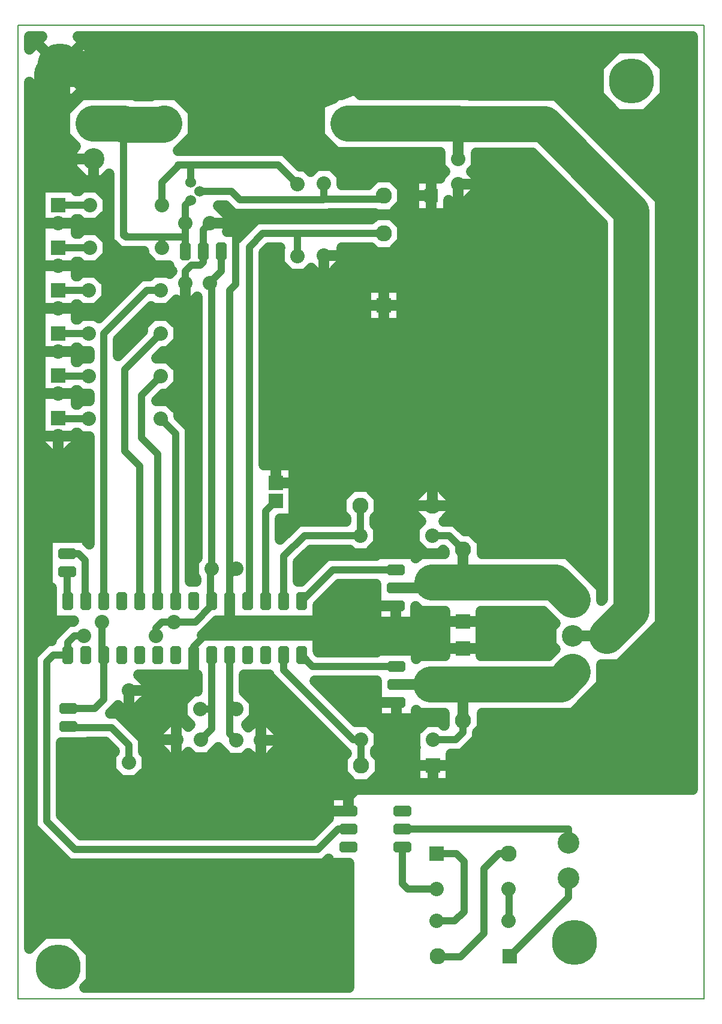
<source format=gbr>
G04 PROTEUS GERBER X2 FILE*
%TF.GenerationSoftware,Labcenter,Proteus,8.15-SP1-Build34318*%
%TF.CreationDate,2023-09-22T16:19:49+00:00*%
%TF.FileFunction,Copper,L2,Bot*%
%TF.FilePolarity,Positive*%
%TF.Part,Single*%
%TF.SameCoordinates,{735288ba-824c-4c16-a6a1-7709d7ab745a}*%
%FSLAX45Y45*%
%MOMM*%
G01*
%TA.AperFunction,Conductor*%
%ADD10C,1.016000*%
%ADD11C,1.524000*%
%ADD12C,5.080000*%
%TA.AperFunction,ComponentPad*%
%ADD13C,3.048000*%
%TA.AperFunction,OtherPad,Unknown*%
%ADD14C,6.350000*%
%TA.AperFunction,ComponentPad*%
%ADD15R,1.905000X1.905000*%
%ADD16C,2.032000*%
%ADD17R,2.032000X2.032000*%
%ADD18C,2.286000*%
%TA.AperFunction,ComponentPad*%
%ADD19C,1.524000*%
%AMDIL010*
4,1,8,
-0.762000,0.965200,-0.457200,1.270000,0.457200,1.270000,0.762000,0.965200,0.762000,-0.965200,
0.457200,-1.270000,-0.457200,-1.270000,-0.762000,-0.965200,-0.762000,0.965200,
0*%
%ADD70DIL010*%
%AMDIL011*
4,1,8,
-1.270000,0.457200,-0.965200,0.762000,0.965200,0.762000,1.270000,0.457200,1.270000,-0.457200,
0.965200,-0.762000,-0.965200,-0.762000,-1.270000,-0.457200,-1.270000,0.457200,
0*%
%TA.AperFunction,ComponentPad*%
%ADD71DIL011*%
%TA.AperFunction,Profile*%
%ADD20C,0.203200*%
%TD.AperFunction*%
%TA.AperFunction,Conductor*%
G36*
X-8051940Y+6201598D02*
X-8051940Y+6377940D01*
X-7875598Y+6377940D01*
X-8051940Y+6201598D01*
G37*
%TD.AperFunction*%
%TA.AperFunction,Conductor*%
G36*
X+1309440Y-4247600D02*
X-3451286Y-4247600D01*
X-3525087Y-4321401D01*
X-3829559Y-4321401D01*
X-3829559Y-4652193D01*
X-4064167Y-4886801D01*
X-7325833Y-4886801D01*
X-7602113Y-4610521D01*
X-7602113Y-3582599D01*
X-7220601Y-3582599D01*
X-7220601Y-3577199D01*
X-6980167Y-3577199D01*
X-6853199Y-3704167D01*
X-6853199Y-3709990D01*
X-6903999Y-3760790D01*
X-6903999Y-3971210D01*
X-6755210Y-4119999D01*
X-6544790Y-4119999D01*
X-6396001Y-3971210D01*
X-6396001Y-3760790D01*
X-6446801Y-3709990D01*
X-6446801Y-3535833D01*
X-6811833Y-3170801D01*
X-6913435Y-3170801D01*
X-6800922Y-3058288D01*
X-6755210Y-3103999D01*
X-6544790Y-3103999D01*
X-6396001Y-2955210D01*
X-6396001Y-2744790D01*
X-6510492Y-2630299D01*
X-5682299Y-2630299D01*
X-5682299Y-2858696D01*
X-5743410Y-2858696D01*
X-5892199Y-3007485D01*
X-5892199Y-3217905D01*
X-5779657Y-3330448D01*
X-5805000Y-3355791D01*
X-5874790Y-3286001D01*
X-6085210Y-3286001D01*
X-6233999Y-3434790D01*
X-6233999Y-3645210D01*
X-6085210Y-3793999D01*
X-5874790Y-3793999D01*
X-5805000Y-3724209D01*
X-5735210Y-3793999D01*
X-5524790Y-3793999D01*
X-5386105Y-3655314D01*
X-5238215Y-3803204D01*
X-5027795Y-3803204D01*
X-4958005Y-3733414D01*
X-4888215Y-3803204D01*
X-4677795Y-3803204D01*
X-4529006Y-3654415D01*
X-4529006Y-3443995D01*
X-4677795Y-3295206D01*
X-4888215Y-3295206D01*
X-4958006Y-3364997D01*
X-4990649Y-3332353D01*
X-4876201Y-3217905D01*
X-4876201Y-3007485D01*
X-5021901Y-2861785D01*
X-5021901Y-2630299D01*
X-4666299Y-2630299D01*
X-4666299Y-2641067D01*
X-3573199Y-3734167D01*
X-3573199Y-3736030D01*
X-3636699Y-3799530D01*
X-3636699Y-4020470D01*
X-3480470Y-4176699D01*
X-3259530Y-4176699D01*
X-3103301Y-4020470D01*
X-3103301Y-3799530D01*
X-3166801Y-3736030D01*
X-3166801Y-3696010D01*
X-3116001Y-3645210D01*
X-3116001Y-3434790D01*
X-3264790Y-3286001D01*
X-3446633Y-3286001D01*
X-4023435Y-2709199D01*
X-3149399Y-2709199D01*
X-3149399Y-3242599D01*
X-2590601Y-3242599D01*
X-2590601Y-3124134D01*
X-2548336Y-3166399D01*
X-2196699Y-3166399D01*
X-2196699Y-3336801D01*
X-2197990Y-3336801D01*
X-2248790Y-3286001D01*
X-2459210Y-3286001D01*
X-2607999Y-3434790D01*
X-2607999Y-3645210D01*
X-2597208Y-3656001D01*
X-2607999Y-3656001D01*
X-2607999Y-4163999D01*
X-2100001Y-4163999D01*
X-2100001Y-3743199D01*
X-1945833Y-3743199D01*
X-1726801Y-3524167D01*
X-1726801Y-3443970D01*
X-1663301Y-3380470D01*
X-1663301Y-3166399D01*
X-383665Y-3166399D01*
X+26398Y-2756336D01*
X+26398Y-2486398D01*
X+268336Y-2486398D01*
X+856399Y-1898336D01*
X+856399Y+4078336D01*
X+492367Y+4442367D01*
X-615164Y+5549899D01*
X-1831364Y+5549899D01*
X-1837864Y+5556399D01*
X-3375165Y+5556399D01*
X-3454646Y+5635880D01*
X-3646530Y+5556399D01*
X-3711836Y+5556399D01*
X-3758016Y+5510219D01*
X-3956399Y+5428046D01*
X-3956399Y+4981664D01*
X-3718336Y+4743601D01*
X-2253999Y+4743601D01*
X-2253999Y+4544790D01*
X-2184209Y+4475000D01*
X-2253999Y+4405210D01*
X-2253999Y+4381649D01*
X-2626149Y+4381649D01*
X-2626149Y+3886351D01*
X-2130851Y+3886351D01*
X-2130851Y+4071642D01*
X-2105210Y+4046001D01*
X-1894790Y+4046001D01*
X-1746001Y+4194790D01*
X-1746001Y+4405210D01*
X-1815791Y+4475000D01*
X-1746001Y+4544790D01*
X-1746001Y+4737101D01*
X-951835Y+4737101D01*
X+43601Y+3741665D01*
X+43601Y-1561665D01*
X+26398Y-1578868D01*
X+26398Y-1403664D01*
X-461665Y-915601D01*
X-1663301Y-915601D01*
X-1663301Y-749530D01*
X-1819530Y-593301D01*
X-1909333Y-593301D01*
X-2045833Y-456801D01*
X-2203632Y-456801D01*
X-2097301Y-350470D01*
X-2097301Y-129530D01*
X-2253530Y+26699D01*
X-2474470Y+26699D01*
X-2630699Y-129530D01*
X-2630699Y-350470D01*
X-2520189Y-460980D01*
X-2613999Y-554790D01*
X-2613999Y-765210D01*
X-2465210Y-913999D01*
X-2254790Y-913999D01*
X-2209079Y-868288D01*
X-2196699Y-880667D01*
X-2196699Y-915601D01*
X-2535410Y-915601D01*
X-2600601Y-980792D01*
X-2600601Y-917401D01*
X-3159399Y-917401D01*
X-3159399Y-942801D01*
X-3850367Y-942801D01*
X-4217067Y-1309501D01*
X-4259901Y-1309501D01*
X-4259901Y-1037268D01*
X-4085832Y-863199D01*
X-3532010Y-863199D01*
X-3481210Y-913999D01*
X-3270790Y-913999D01*
X-3122001Y-765210D01*
X-3122001Y-554790D01*
X-3172801Y-503990D01*
X-3172801Y-409970D01*
X-3113301Y-350470D01*
X-3113301Y-129530D01*
X-3269530Y+26699D01*
X-3490470Y+26699D01*
X-3646699Y-129530D01*
X-3646699Y-350470D01*
X-3579199Y-417970D01*
X-3579199Y-456801D01*
X-4254166Y-456801D01*
X-4513901Y-716536D01*
X-4513901Y-423999D01*
X-4316001Y-423999D01*
X-4316001Y+337999D01*
X-4744904Y+337999D01*
X-4744904Y+3328174D01*
X-4676277Y+3396801D01*
X-4512408Y+3396801D01*
X-4519999Y+3389210D01*
X-4519999Y+3178790D01*
X-4371210Y+3030001D01*
X-4160790Y+3030001D01*
X-4075200Y+3115591D01*
X-3999710Y+3040101D01*
X-3789290Y+3040101D01*
X-3640501Y+3188890D01*
X-3640501Y+3396801D01*
X-3223970Y+3396801D01*
X-3160470Y+3333301D01*
X-2939530Y+3333301D01*
X-2783301Y+3489530D01*
X-2783301Y+3710470D01*
X-2939530Y+3866699D01*
X-3160470Y+3866699D01*
X-3223970Y+3803199D01*
X-4844611Y+3803199D01*
X-5113401Y+3534409D01*
X-5113401Y+3629399D01*
X-5261392Y+3629399D01*
X-5246001Y+3644790D01*
X-5246001Y+3855210D01*
X-5387592Y+3996801D01*
X-5285083Y+3996801D01*
X-5163708Y+3875426D01*
X-3815832Y+3875426D01*
X-3809332Y+3881926D01*
X-3175095Y+3881926D01*
X-3160470Y+3867301D01*
X-2939530Y+3867301D01*
X-2783301Y+4023530D01*
X-2783301Y+4244470D01*
X-2939530Y+4400699D01*
X-3160470Y+4400699D01*
X-3272845Y+4288324D01*
X-3640501Y+4288324D01*
X-3640501Y+4415310D01*
X-3789290Y+4564099D01*
X-3999710Y+4564099D01*
X-4085300Y+4478509D01*
X-4160790Y+4553999D01*
X-4232633Y+4553999D01*
X-4451124Y+4772490D01*
X-5952776Y+4772490D01*
X-5743602Y+4981664D01*
X-5743602Y+5318336D01*
X-5981664Y+5556398D01*
X-6318336Y+5556398D01*
X-6332455Y+5542279D01*
X-6541437Y+5542279D01*
X-6555557Y+5556399D01*
X-6892229Y+5556399D01*
X-6892230Y+5556398D01*
X-7318336Y+5556399D01*
X-7556399Y+5318336D01*
X-7556399Y+4981664D01*
X-7402703Y+4827968D01*
X-7454799Y+4775872D01*
X-7454799Y+4523368D01*
X-7276252Y+4344821D01*
X-7023748Y+4344821D01*
X-6927092Y+4441477D01*
X-6927092Y+3497190D01*
X-6776702Y+3346801D01*
X-6437999Y+3346801D01*
X-6437999Y+3294790D01*
X-6289210Y+3146001D01*
X-6078790Y+3146001D01*
X-6078599Y+3146192D01*
X-6078599Y+3070601D01*
X-6038608Y+3070601D01*
X-6075000Y+3034209D01*
X-6094790Y+3053999D01*
X-6305210Y+3053999D01*
X-6356010Y+3003199D01*
X-6474167Y+3003199D01*
X-7072079Y+2405287D01*
X-7110790Y+2443999D01*
X-7321210Y+2443999D01*
X-7372011Y+2393198D01*
X-7396001Y+2393198D01*
X-7396001Y+2596801D01*
X-7372010Y+2596801D01*
X-7321210Y+2546001D01*
X-7110790Y+2546001D01*
X-6962001Y+2694790D01*
X-6962001Y+2905210D01*
X-7110790Y+3053999D01*
X-7321210Y+3053999D01*
X-7372011Y+3003198D01*
X-7396001Y+3003198D01*
X-7396001Y+3196801D01*
X-7356010Y+3196801D01*
X-7305210Y+3146001D01*
X-7094790Y+3146001D01*
X-6946001Y+3294790D01*
X-6946001Y+3505210D01*
X-7094790Y+3653999D01*
X-7305210Y+3653999D01*
X-7356010Y+3603199D01*
X-7396001Y+3603199D01*
X-7396001Y+3796801D01*
X-7356010Y+3796801D01*
X-7305210Y+3746001D01*
X-7094790Y+3746001D01*
X-6946001Y+3894790D01*
X-6946001Y+4105210D01*
X-7094790Y+4253999D01*
X-7305210Y+4253999D01*
X-7356010Y+4203199D01*
X-7396001Y+4203199D01*
X-7396001Y+4253999D01*
X-7903999Y+4253999D01*
X-7903999Y+634790D01*
X-7755210Y+486001D01*
X-7544790Y+486001D01*
X-7396001Y+634790D01*
X-7396001Y+786801D01*
X-7372010Y+786801D01*
X-7321210Y+736001D01*
X-7206299Y+736001D01*
X-7206299Y-783915D01*
X-7242401Y-747813D01*
X-7242401Y-687201D01*
X-7801199Y-687201D01*
X-7801199Y-1398399D01*
X-7737699Y-1398399D01*
X-7737699Y-1868299D01*
X-7427508Y-1868299D01*
X-7436010Y-1876801D01*
X-7504167Y-1876801D01*
X-7698867Y-2071501D01*
X-7739699Y-2071501D01*
X-7739699Y-2147701D01*
X-7795067Y-2147701D01*
X-8008511Y-2361145D01*
X-8008511Y-4778855D01*
X-7494167Y-5293199D01*
X-3895833Y-5293199D01*
X-3829559Y-5226925D01*
X-3829559Y-5286599D01*
X-3540560Y-5286599D01*
X-3540560Y-7038940D01*
X-7274402Y-7038940D01*
X-7180101Y-6944639D01*
X-7180101Y-6555361D01*
X-7455361Y-6280101D01*
X-7844639Y-6280101D01*
X-8051940Y-6487402D01*
X-8051940Y+5736402D01*
X-7814639Y+5499101D01*
X-7425361Y+5499101D01*
X-7150101Y+5774361D01*
X-7150101Y+6163639D01*
X-7364402Y+6377940D01*
X+1309440Y+6377940D01*
X+1309440Y-4247600D01*
G37*
%TD.AperFunction*%
%LPC*%
G36*
X-19899Y+5555361D02*
X-19899Y+5944639D01*
X+255361Y+6219899D01*
X+644639Y+6219899D01*
X+919899Y+5944639D01*
X+919899Y+5555361D01*
X+644639Y+5280101D01*
X+255361Y+5280101D01*
X-19899Y+5555361D01*
G37*
G36*
X-3303999Y+2837999D02*
X-2796001Y+2837999D01*
X-2796001Y+2330001D01*
X-3303999Y+2330001D01*
X-3303999Y+2837999D01*
G37*
%LPD*%
%TA.AperFunction,Conductor*%
G36*
X-5683199Y-973990D02*
X-5733999Y-1024790D01*
X-5733999Y-1235210D01*
X-5695899Y-1273310D01*
X-5695899Y-1309501D01*
X-5783901Y-1309501D01*
X-5783901Y+861267D01*
X-5946001Y+1023367D01*
X-5946001Y+1095210D01*
X-6094790Y+1243999D01*
X-6258635Y+1243999D01*
X-6166633Y+1336001D01*
X-6094790Y+1336001D01*
X-5946001Y+1484790D01*
X-5946001Y+1695210D01*
X-6094790Y+1843999D01*
X-6258635Y+1843999D01*
X-6166633Y+1936001D01*
X-6094790Y+1936001D01*
X-5946001Y+2084790D01*
X-5946001Y+2295210D01*
X-6094790Y+2443999D01*
X-6305210Y+2443999D01*
X-6453999Y+2295210D01*
X-6453999Y+2223367D01*
X-6799901Y+1877465D01*
X-6799901Y+2102733D01*
X-6330922Y+2571712D01*
X-6305210Y+2546001D01*
X-6094790Y+2546001D01*
X-5975000Y+2665791D01*
X-5955210Y+2646001D01*
X-5744790Y+2646001D01*
X-5683199Y+2707592D01*
X-5683199Y-973990D01*
G37*
%TD.AperFunction*%
%TA.AperFunction,Conductor*%
G36*
X-7321210Y+1936001D02*
X-7206299Y+1936001D01*
X-7206299Y+1843999D01*
X-7321210Y+1843999D01*
X-7372010Y+1793199D01*
X-7396001Y+1793199D01*
X-7396001Y+1986801D01*
X-7372010Y+1986801D01*
X-7321210Y+1936001D01*
G37*
%TD.AperFunction*%
%TA.AperFunction,Conductor*%
G36*
X-7321210Y+1336001D02*
X-7206299Y+1336001D01*
X-7206299Y+1243999D01*
X-7321210Y+1243999D01*
X-7372010Y+1193199D01*
X-7396001Y+1193199D01*
X-7396001Y+1386801D01*
X-7372010Y+1386801D01*
X-7321210Y+1336001D01*
G37*
%TD.AperFunction*%
%TA.AperFunction,Conductor*%
G36*
X-628893Y-1897842D02*
X-684799Y-1953748D01*
X-684799Y-2206252D01*
X-628893Y-2262159D01*
X-720335Y-2353601D01*
X-1676001Y-2353601D01*
X-1676001Y-1728399D01*
X-798336Y-1728399D01*
X-628893Y-1897842D01*
G37*
%TD.AperFunction*%
%TA.AperFunction,Conductor*%
G36*
X-3159399Y-1374599D02*
X-3159399Y-1882599D01*
X-2600601Y-1882599D01*
X-2600601Y-1663208D01*
X-2535410Y-1728399D01*
X-2183999Y-1728399D01*
X-2183999Y-2353601D01*
X-2548336Y-2353601D01*
X-2590601Y-2395866D01*
X-2590601Y-2277401D01*
X-3149399Y-2277401D01*
X-3149399Y-2302801D01*
X-3969833Y-2302801D01*
X-3980501Y-2292133D01*
X-3980501Y-2071501D01*
X-5614135Y-2071501D01*
X-5410933Y-1868299D01*
X-3980501Y-1868299D01*
X-3980501Y-1647667D01*
X-3682033Y-1349199D01*
X-3159399Y-1349199D01*
X-3159399Y-1374599D01*
G37*
%TD.AperFunction*%
D10*
X-7509100Y-1588900D02*
X-7519800Y-1588900D01*
X-7519800Y-1163097D01*
X-7514274Y-1157571D01*
X-7534500Y-1169800D01*
X-7521800Y-1169800D01*
X-7257100Y-1588900D02*
X-7267800Y-1588900D01*
X-7267800Y-1009780D01*
X-7361780Y-915800D01*
X-7521800Y-915800D01*
D11*
X-6150000Y+5150000D02*
X-6650000Y+5150000D01*
D10*
X-5850000Y+2900000D02*
X-5850000Y+3072469D01*
X-5811130Y+3111339D01*
X-5768469Y+3154000D01*
X-5642000Y+3154000D01*
X-5596000Y+3200000D01*
X-5596000Y+3350000D01*
X-5596000Y+3654000D01*
X-5500000Y+3750000D01*
D11*
X-6650000Y+5150000D02*
X-6723893Y+5150000D01*
D10*
X-5342000Y+3350000D02*
X-5342000Y+3071600D01*
X-5412000Y+3001600D01*
X-5500000Y+2900000D01*
X-5777000Y+4327000D02*
X-5777000Y+4567030D01*
X-5774739Y+4569291D01*
X-4535291Y+4569291D01*
X-4266000Y+4300000D01*
X-5777000Y+4073000D02*
X-5850000Y+4000000D01*
X-5850000Y+3851600D01*
X-5850000Y+3750000D01*
X-4200000Y+4078625D02*
X-4125975Y+4078625D01*
X-5650000Y+4200000D02*
X-5200916Y+4200000D01*
X-5079541Y+4078625D01*
X-4200000Y+4078625D01*
X-4125975Y+4078625D02*
X-3900000Y+4078625D01*
X-4266000Y+3284000D02*
X-4266000Y+3596844D01*
X-4269156Y+3600000D01*
X-5850000Y+3350000D02*
X-5850000Y+3550000D01*
X-5850000Y+3750000D01*
X-5248656Y-1748656D02*
X-5248656Y-1612456D01*
X-5225100Y-1588900D01*
X-5733100Y-2350900D02*
X-5733100Y-2233100D01*
X-5580000Y-2080000D01*
X-5248656Y-1748656D02*
X-5225100Y-1725100D01*
X-5225100Y-1588900D01*
X-2304160Y-5650000D02*
X-2710160Y-5650000D01*
X-2788160Y-5572000D01*
X-2788160Y-5058000D01*
X-438160Y-5000000D02*
X-438160Y-4800000D01*
X-2784160Y-4800000D01*
X-2788160Y-4804000D01*
X-1272160Y-6600000D02*
X-442159Y-5769999D01*
X-442159Y-5500380D01*
X-438160Y-5500380D01*
X-2304160Y-5150000D02*
X-2028160Y-5150000D01*
X-1918160Y-5260000D01*
X-1918160Y-5970000D01*
X-2048160Y-6100000D01*
X-2304160Y-6100000D01*
X-1288160Y-5150000D02*
X-1423306Y-5150000D01*
X-1638160Y-5364854D01*
X-1638160Y-6280839D01*
X-1963480Y-6606159D01*
X-2282001Y-6606159D01*
X-2288160Y-6600000D01*
X-1288160Y-6100000D02*
X-1280206Y-6092046D01*
X-1280206Y-5751600D01*
X-1288160Y-5650000D01*
D12*
X-6723893Y+5135880D02*
X-6164120Y+5135880D01*
X-6150000Y+5150000D01*
X-3050000Y+5150000D02*
X-3062700Y+5150000D01*
D11*
X-3056200Y+5156500D02*
X-3062700Y+5150000D01*
X-3075400Y+5137300D01*
X-3050000Y+5150000D01*
X-2000000Y+4650000D02*
X-2000000Y+5137300D01*
X-2006200Y+5143500D01*
X-2012700Y+5150000D01*
D10*
X-3900000Y+4078625D02*
X-3900000Y+4085125D01*
X-3894500Y+4085125D01*
X-3098875Y+4085125D01*
X-3050000Y+4134000D01*
X-3894500Y+4310100D02*
X-3894500Y+4085125D01*
X-3894500Y+4084125D01*
X-3900000Y+4078625D01*
D12*
X-2006200Y+5143500D02*
X-2006200Y+5150000D01*
X-2012700Y+5150000D01*
X-2019300Y+5150000D01*
X-2378500Y+5150000D01*
X-2901800Y+5150000D01*
X-3050000Y+5150000D01*
X-3062700Y+5150000D02*
X-3543500Y+5150000D01*
X-3550000Y+5156500D01*
X-3550000Y+5150000D01*
D11*
X-3543500Y+5150000D01*
X-3062700Y+5150000D02*
X-3050000Y+5150000D01*
D10*
X-4269156Y+3600000D02*
X-3050000Y+3600000D01*
D12*
X-7669500Y+5919500D02*
X-6832782Y+5919500D01*
X-6800781Y+5887499D01*
D11*
X-6723893Y+5150000D02*
X-6723893Y+5164120D01*
X-7135880Y+5164120D01*
X-7150000Y+5150000D01*
D12*
X-6723893Y+5150000D01*
X-6723893Y+5135880D01*
X-7620000Y+5969000D02*
X-7669500Y+5919500D01*
X-7731201Y+5857799D01*
X-7731201Y+5239278D01*
D10*
X-5492700Y-1588900D02*
X-5479100Y-1588900D01*
X-5492700Y-1588900D02*
X-5492700Y-1130000D01*
X-5480000Y-1130000D01*
X-6014000Y-1880000D02*
X-5710000Y-1880000D01*
X-5492700Y-1662700D01*
X-5492700Y-1588900D01*
X-7280000Y-2080000D02*
X-7420000Y-2080000D01*
X-7511100Y-2171100D01*
X-7511100Y-2350900D01*
X-6014000Y-1880000D02*
X-6180000Y-1880000D01*
X-6264000Y-1964000D01*
X-6264000Y-2080000D01*
X-5580000Y-2080000D02*
X-5345655Y-2080000D01*
X-5248656Y-1983001D01*
X-5248656Y-1980000D01*
X-5248656Y-1748656D01*
X-6670000Y+3550000D02*
X-6723893Y+3603893D01*
X-6723893Y+3581358D01*
X-6670000Y+3550000D02*
X-6692535Y+3550000D01*
X-6723893Y+3581358D01*
X-6723893Y+3603893D02*
X-6723893Y+5135880D01*
X-6184000Y+4000000D02*
X-6184000Y+4319291D01*
X-5934000Y+4569291D01*
X-5950000Y+4569291D01*
X-5934000Y+4569291D02*
X-5774739Y+4569291D01*
X-6184000Y+3400000D02*
X-6184000Y+3548113D01*
X-6182113Y+3550000D01*
X-5850000Y+3550000D02*
X-6182113Y+3550000D01*
X-6670000Y+3550000D01*
X-7200000Y+4000000D02*
X-7650000Y+4000000D01*
X-7200000Y+3400000D02*
X-7650000Y+3400000D01*
X-7216000Y+2800000D02*
X-7650000Y+2800000D01*
X-7003100Y-1588900D02*
X-7003100Y+2186900D01*
X-6390000Y+2800000D01*
X-6200000Y+2800000D01*
X-7030000Y-2324000D02*
X-7003100Y-2350900D01*
X-7030000Y-1880000D02*
X-7030000Y-2324000D01*
X-7500000Y-3354000D02*
X-7500000Y-3374000D01*
X-6896000Y-3374000D01*
X-6650000Y-3620000D01*
X-6650000Y-3866000D01*
X-7003100Y-2350900D02*
X-7003100Y-2973100D01*
X-7130000Y-3100000D01*
X-7500000Y-3100000D01*
X-5225100Y-2960000D02*
X-5225100Y-3017795D01*
X-5225100Y-3457110D01*
X-5133005Y-3549205D01*
X-5225100Y-2350900D02*
X-5225100Y-2960000D01*
X-5225100Y-3017795D02*
X-5130200Y-3112695D01*
X-5479100Y-2870000D02*
X-5479100Y-2953595D01*
X-5479100Y-2350900D02*
X-5479100Y-2870000D01*
X-5480000Y-1130000D02*
X-5480000Y+2880000D01*
X-5500000Y+2900000D01*
X-4269156Y+3600000D02*
X-4760444Y+3600000D01*
X-4948103Y+3412341D01*
X-4948103Y-1565903D01*
X-4971100Y-1588900D01*
X-5225100Y-1250000D02*
X-5225100Y-1225100D01*
X-5225100Y+2798682D01*
X-5140351Y+2883431D01*
X-5140351Y+3656571D01*
X-5046922Y+3750000D01*
X-5500000Y+3750000D02*
X-5046922Y+3750000D01*
X-4986470Y+3810452D01*
X-3542044Y+3810452D01*
X-3483682Y+3868814D01*
X-2722379Y+3868814D01*
X-5225100Y-1588900D02*
X-5225100Y-1250000D01*
X-5225100Y-1225100D02*
X-5150000Y-1150000D01*
X-5130000Y-1130000D01*
X-5638200Y-3112695D02*
X-5491795Y-3112695D01*
X-5479100Y-3100000D01*
X-5479100Y-2953595D02*
X-5479100Y-3100000D01*
X-5479100Y-3389100D01*
X-5630000Y-3540000D01*
X-4209100Y-1588900D02*
X-3766200Y-1146000D01*
X-2880000Y-1146000D01*
X-4209100Y-2350900D02*
X-4054000Y-2506000D01*
X-2870000Y-2506000D01*
D11*
X-2870000Y-2760000D02*
X-2380000Y-2760000D01*
X-1930000Y-3270000D02*
X-1930000Y-2760000D01*
X-1930000Y-2728188D01*
X-1930800Y-2727388D01*
D12*
X-2367074Y-1322000D02*
X-2332000Y-1322000D01*
D11*
X-2367074Y-1322000D02*
X-2443909Y-1398835D01*
X-2753000Y-1398835D02*
X-2878835Y-1398835D01*
X-2880000Y-1400000D01*
X-1930000Y-860000D02*
X-1930000Y-920000D01*
X-1930000Y-1100000D02*
X-2152000Y-1322000D01*
X-2228835Y-1398835D01*
X-2408835Y-1398835D01*
X-2443909Y-1398835D01*
X-2753000Y-1398835D01*
X-2880000Y-1400000D01*
X-2332000Y-1322000D02*
X-2408835Y-1398835D01*
X-1930000Y-920000D02*
X-1930000Y-1100000D01*
X-1930000Y-1286531D01*
X-1925166Y-1291365D01*
D10*
X-3370000Y-3910000D02*
X-3370000Y-3540000D01*
X-2354000Y-3540000D02*
X-2030000Y-3540000D01*
X-1930000Y-3440000D01*
X-1930000Y-3270000D01*
X-3370000Y-3540000D02*
X-3480000Y-3540000D01*
X-4463100Y-2556900D01*
X-4463100Y-2350900D01*
X-1930000Y-860000D02*
X-2130000Y-660000D01*
X-2360000Y-660000D01*
X-3376000Y-660000D02*
X-3376000Y-244000D01*
X-3380000Y-240000D01*
X-3376000Y-660000D02*
X-4169999Y-660000D01*
X-4463100Y-953101D01*
X-4463100Y-1588900D01*
X-7216000Y+2190000D02*
X-7650000Y+2190000D01*
X-7216000Y+1590000D02*
X-7590000Y+1590000D01*
X-7600000Y+1600000D01*
X-7650000Y+1594000D01*
X-7216000Y+990000D02*
X-7646000Y+990000D01*
X-7650000Y+994000D01*
X-5987100Y-1588900D02*
X-5987100Y+777100D01*
X-6200000Y+990000D01*
X-6241100Y-1588900D02*
X-6241100Y+486103D01*
X-6470643Y+715646D01*
X-6470643Y+1319357D01*
X-6200000Y+1590000D01*
X-6495100Y-1588900D02*
X-6495100Y+319321D01*
X-6707811Y+532032D01*
X-6707811Y+1682189D01*
X-6200000Y+2190000D01*
X-3550160Y-4804000D02*
X-3694000Y-4804000D01*
X-3980000Y-5090000D01*
X-7410000Y-5090000D01*
X-7805312Y-4694688D01*
X-7805312Y-2445312D01*
X-7710900Y-2350900D01*
X-7511100Y-2350900D01*
D12*
X-2000000Y-2760000D02*
X-1930000Y-2760000D01*
X-552000Y-2760000D01*
X-380000Y-2588000D01*
X-2380000Y-2760000D02*
X-2000000Y-2760000D01*
X-380000Y-1572000D02*
X-630000Y-1322000D01*
X-2152000Y-1322000D01*
X-2332000Y-1322000D01*
D10*
X-4717100Y-1588900D02*
X-4717100Y-317100D01*
X-4570000Y-170000D01*
D11*
X-1672000Y+5143500D02*
X-1678500Y+5150000D01*
D12*
X+100000Y-2080000D02*
X+450000Y-1730000D01*
X+450000Y-1600000D01*
X+450000Y+3910000D01*
X+205000Y+4155000D01*
X-783500Y+5143500D01*
X-1672000Y+5143500D01*
X-1750000Y+5143500D01*
X-2006200Y+5143500D01*
D11*
X-380000Y-2080000D02*
X+100000Y-2080000D01*
X+190000Y-2080000D01*
X+450000Y-1820000D01*
X+450000Y-1730000D01*
X+450000Y-1600000D01*
X+450000Y+3910000D01*
X+205000Y+4155000D01*
X-783500Y+5143500D01*
X-8051940Y+6201598D02*
X-8051940Y+6377940D01*
X-7875598Y+6377940D01*
X-8051940Y+6201598D01*
X+1309440Y-4247600D02*
X-3451286Y-4247600D01*
X-3525087Y-4321401D01*
X-3829559Y-4321401D01*
X-3829559Y-4652193D01*
X-4064167Y-4886801D01*
X-7325833Y-4886801D01*
X-7602113Y-4610521D01*
X-7602113Y-3582599D01*
X-7220601Y-3582599D01*
X-7220601Y-3577199D01*
X-6980167Y-3577199D01*
X-6853199Y-3704167D01*
X-6853199Y-3709990D01*
X-6903999Y-3760790D01*
X-6903999Y-3971210D01*
X-6755210Y-4119999D01*
X-6544790Y-4119999D01*
X-6396001Y-3971210D01*
X-6396001Y-3760790D01*
X-6446801Y-3709990D01*
X-6446801Y-3535833D01*
X-6811833Y-3170801D01*
X-6913435Y-3170801D01*
X-6800922Y-3058288D01*
X-6755210Y-3103999D01*
X-6544790Y-3103999D01*
X-6396001Y-2955210D01*
X-6396001Y-2744790D01*
X-6510492Y-2630299D01*
X-5682299Y-2630299D01*
X-5682299Y-2858696D01*
X-5743410Y-2858696D01*
X-5892199Y-3007485D01*
X-5892199Y-3217905D01*
X-5779657Y-3330448D01*
X-5805000Y-3355791D01*
X-5874790Y-3286001D01*
X-6085210Y-3286001D01*
X-6233999Y-3434790D01*
X-6233999Y-3645210D01*
X-6085210Y-3793999D01*
X-5874790Y-3793999D01*
X-5805000Y-3724209D01*
X-5735210Y-3793999D01*
X-5524790Y-3793999D01*
X-5386105Y-3655314D01*
X-5238215Y-3803204D01*
X-5027795Y-3803204D01*
X-4958005Y-3733414D01*
X-4888215Y-3803204D01*
X-4677795Y-3803204D01*
X-4529006Y-3654415D01*
X-4529006Y-3443995D01*
X-4677795Y-3295206D01*
X-4888215Y-3295206D01*
X-4958006Y-3364997D01*
X-4990649Y-3332353D01*
X-4876201Y-3217905D01*
X-4876201Y-3007485D01*
X-5021901Y-2861785D01*
X-5021901Y-2630299D01*
X-4666299Y-2630299D01*
X-4666299Y-2641067D01*
X-3573199Y-3734167D01*
X-3573199Y-3736030D01*
X-3636699Y-3799530D01*
X-3636699Y-4020470D01*
X-3480470Y-4176699D01*
X-3259530Y-4176699D01*
X-3103301Y-4020470D01*
X-3103301Y-3799530D01*
X-3166801Y-3736030D01*
X-3166801Y-3696010D01*
X-3116001Y-3645210D01*
X-3116001Y-3434790D01*
X-3264790Y-3286001D01*
X-3446633Y-3286001D01*
X-4023435Y-2709199D01*
X-3149399Y-2709199D01*
X-3149399Y-3242599D01*
X-2590601Y-3242599D01*
X-2590601Y-3124134D01*
X-2548336Y-3166399D01*
X-2196699Y-3166399D01*
X-2196699Y-3336801D01*
X-2197990Y-3336801D01*
X-2248790Y-3286001D01*
X-2459210Y-3286001D01*
X-2607999Y-3434790D01*
X-2607999Y-3645210D01*
X-2597208Y-3656001D01*
X-2607999Y-3656001D01*
X-2607999Y-4163999D01*
X-2100001Y-4163999D01*
X-2100001Y-3743199D01*
X-1945833Y-3743199D01*
X-1726801Y-3524167D01*
X-1726801Y-3443970D01*
X-1663301Y-3380470D01*
X-1663301Y-3166399D01*
X-383665Y-3166399D01*
X+26398Y-2756336D01*
X+26398Y-2486398D01*
X+268336Y-2486398D01*
X+856399Y-1898336D01*
X+856399Y+4078336D01*
X+492367Y+4442367D01*
X-615164Y+5549899D01*
X-1831364Y+5549899D01*
X-1837864Y+5556399D01*
X-3375165Y+5556399D01*
X-3454646Y+5635880D01*
X-3646530Y+5556399D01*
X-3711836Y+5556399D01*
X-3758016Y+5510219D01*
X-3956399Y+5428046D01*
X-3956399Y+4981664D01*
X-3718336Y+4743601D01*
X-2253999Y+4743601D01*
X-2253999Y+4544790D01*
X-2184209Y+4475000D01*
X-2253999Y+4405210D01*
X-2253999Y+4381649D01*
X-2626149Y+4381649D01*
X-2626149Y+3886351D01*
X-2130851Y+3886351D01*
X-2130851Y+4071642D01*
X-2105210Y+4046001D01*
X-1894790Y+4046001D01*
X-1746001Y+4194790D01*
X-1746001Y+4405210D01*
X-1815791Y+4475000D01*
X-1746001Y+4544790D01*
X-1746001Y+4737101D01*
X-951835Y+4737101D01*
X+43601Y+3741665D01*
X+43601Y-1561665D01*
X+26398Y-1578868D01*
X+26398Y-1403664D01*
X-461665Y-915601D01*
X-1663301Y-915601D01*
X-1663301Y-749530D01*
X-1819530Y-593301D01*
X-1909333Y-593301D01*
X-2045833Y-456801D01*
X-2203632Y-456801D01*
X-2097301Y-350470D01*
X-2097301Y-129530D01*
X-2253530Y+26699D01*
X-2474470Y+26699D01*
X-2630699Y-129530D01*
X-2630699Y-350470D01*
X-2520189Y-460980D01*
X-2613999Y-554790D01*
X-2613999Y-765210D01*
X-2465210Y-913999D01*
X-2254790Y-913999D01*
X-2209079Y-868288D01*
X-2196699Y-880667D01*
X-2196699Y-915601D01*
X-2535410Y-915601D01*
X-2600601Y-980792D01*
X-2600601Y-917401D01*
X-3159399Y-917401D01*
X-3159399Y-942801D01*
X-3850367Y-942801D01*
X-4217067Y-1309501D01*
X-4259901Y-1309501D01*
X-4259901Y-1037268D01*
X-4085832Y-863199D01*
X-3532010Y-863199D01*
X-3481210Y-913999D01*
X-3270790Y-913999D01*
X-3122001Y-765210D01*
X-3122001Y-554790D01*
X-3172801Y-503990D01*
X-3172801Y-409970D01*
X-3113301Y-350470D01*
X-3113301Y-129530D01*
X-3269530Y+26699D01*
X-3490470Y+26699D01*
X-3646699Y-129530D01*
X-3646699Y-350470D01*
X-3579199Y-417970D01*
X-3579199Y-456801D01*
X-4254166Y-456801D01*
X-4513901Y-716536D01*
X-4513901Y-423999D01*
X-4316001Y-423999D01*
X-4316001Y+337999D01*
X-4744904Y+337999D01*
X-4744904Y+3328174D01*
X-4676277Y+3396801D01*
X-4512408Y+3396801D01*
X-4519999Y+3389210D01*
X-4519999Y+3178790D01*
X-4371210Y+3030001D01*
X-4160790Y+3030001D01*
X-4075200Y+3115591D01*
X-3999710Y+3040101D01*
X-3789290Y+3040101D01*
X-3640501Y+3188890D01*
X-3640501Y+3396801D01*
X-3223970Y+3396801D01*
X-3160470Y+3333301D01*
X-2939530Y+3333301D01*
X-2783301Y+3489530D01*
X-2783301Y+3710470D01*
X-2939530Y+3866699D01*
X-3160470Y+3866699D01*
X-3223970Y+3803199D01*
X-4844611Y+3803199D01*
X-5113401Y+3534409D01*
X-5113401Y+3629399D01*
X-5261392Y+3629399D01*
X-5246001Y+3644790D01*
X-5246001Y+3855210D01*
X-5387592Y+3996801D01*
X-5285083Y+3996801D01*
X-5163708Y+3875426D01*
X-3815832Y+3875426D01*
X-3809332Y+3881926D01*
X-3175095Y+3881926D01*
X-3160470Y+3867301D01*
X-2939530Y+3867301D01*
X-2783301Y+4023530D01*
X-2783301Y+4244470D01*
X-2939530Y+4400699D01*
X-3160470Y+4400699D01*
X-3272845Y+4288324D01*
X-3640501Y+4288324D01*
X-3640501Y+4415310D01*
X-3789290Y+4564099D01*
X-3999710Y+4564099D01*
X-4085300Y+4478509D01*
X-4160790Y+4553999D01*
X-4232633Y+4553999D01*
X-4451124Y+4772490D01*
X-5952776Y+4772490D01*
X-5743602Y+4981664D01*
X-5743602Y+5318336D01*
X-5981664Y+5556398D01*
X-6318336Y+5556398D01*
X-6332455Y+5542279D01*
X-6541437Y+5542279D01*
X-6555557Y+5556399D01*
X-6892229Y+5556399D01*
X-6892230Y+5556398D01*
X-7318336Y+5556399D01*
X-7556399Y+5318336D01*
X-7556399Y+4981664D01*
X-7402703Y+4827968D01*
X-7454799Y+4775872D01*
X-7454799Y+4523368D01*
X-7276252Y+4344821D01*
X-7023748Y+4344821D01*
X-6927092Y+4441477D01*
X-6927092Y+3497190D01*
X-6776702Y+3346801D01*
X-6437999Y+3346801D01*
X-6437999Y+3294790D01*
X-6289210Y+3146001D01*
X-6078790Y+3146001D01*
X-6078599Y+3146192D01*
X-6078599Y+3070601D01*
X-6038608Y+3070601D01*
X-6075000Y+3034209D01*
X-6094790Y+3053999D01*
X-6305210Y+3053999D01*
X-6356010Y+3003199D01*
X-6474167Y+3003199D01*
X-7072079Y+2405287D01*
X-7110790Y+2443999D01*
X-7321210Y+2443999D01*
X-7372011Y+2393198D01*
X-7396001Y+2393198D01*
X-7396001Y+2596801D01*
X-7372010Y+2596801D01*
X-7321210Y+2546001D01*
X-7110790Y+2546001D01*
X-6962001Y+2694790D01*
X-6962001Y+2905210D01*
X-7110790Y+3053999D01*
X-7321210Y+3053999D01*
X-7372011Y+3003198D01*
X-7396001Y+3003198D01*
X-7396001Y+3196801D01*
X-7356010Y+3196801D01*
X-7305210Y+3146001D01*
X-7094790Y+3146001D01*
X-6946001Y+3294790D01*
X-6946001Y+3505210D01*
X-7094790Y+3653999D01*
X-7305210Y+3653999D01*
X-7356010Y+3603199D01*
X-7396001Y+3603199D01*
X-7396001Y+3796801D01*
X-7356010Y+3796801D01*
X-7305210Y+3746001D01*
X-7094790Y+3746001D01*
X-6946001Y+3894790D01*
X-6946001Y+4105210D01*
X-7094790Y+4253999D01*
X-7305210Y+4253999D01*
X-7356010Y+4203199D01*
X-7396001Y+4203199D01*
X-7396001Y+4253999D01*
X-7903999Y+4253999D01*
X-7903999Y+634790D01*
X-7755210Y+486001D01*
X-7544790Y+486001D01*
X-7396001Y+634790D01*
X-7396001Y+786801D01*
X-7372010Y+786801D01*
X-7321210Y+736001D01*
X-7206299Y+736001D01*
X-7206299Y-783915D01*
X-7242401Y-747813D01*
X-7242401Y-687201D01*
X-7801199Y-687201D01*
X-7801199Y-1398399D01*
X-7737699Y-1398399D01*
X-7737699Y-1868299D01*
X-7427508Y-1868299D01*
X-7436010Y-1876801D01*
X-7504167Y-1876801D01*
X-7698867Y-2071501D01*
X-7739699Y-2071501D01*
X-7739699Y-2147701D01*
X-7795067Y-2147701D01*
X-8008511Y-2361145D01*
X-8008511Y-4778855D01*
X-7494167Y-5293199D01*
X-3895833Y-5293199D01*
X-3829559Y-5226925D01*
X-3829559Y-5286599D01*
X-3540560Y-5286599D01*
X-3540560Y-7038940D01*
X-7274402Y-7038940D01*
X-7180101Y-6944639D01*
X-7180101Y-6555361D01*
X-7455361Y-6280101D01*
X-7844639Y-6280101D01*
X-8051940Y-6487402D01*
X-8051940Y+5736402D01*
X-7814639Y+5499101D01*
X-7425361Y+5499101D01*
X-7150101Y+5774361D01*
X-7150101Y+6163639D01*
X-7364402Y+6377940D01*
X+1309440Y+6377940D01*
X+1309440Y-4247600D01*
X-19899Y+5555361D02*
X-19899Y+5944639D01*
X+255361Y+6219899D01*
X+644639Y+6219899D01*
X+919899Y+5944639D01*
X+919899Y+5555361D01*
X+644639Y+5280101D01*
X+255361Y+5280101D01*
X-19899Y+5555361D01*
X-3303999Y+2837999D02*
X-2796001Y+2837999D01*
X-2796001Y+2330001D01*
X-3303999Y+2330001D01*
X-3303999Y+2837999D01*
X-5683199Y-973990D02*
X-5733999Y-1024790D01*
X-5733999Y-1235210D01*
X-5695899Y-1273310D01*
X-5695899Y-1309501D01*
X-5783901Y-1309501D01*
X-5783901Y+861267D01*
X-5946001Y+1023367D01*
X-5946001Y+1095210D01*
X-6094790Y+1243999D01*
X-6258635Y+1243999D01*
X-6166633Y+1336001D01*
X-6094790Y+1336001D01*
X-5946001Y+1484790D01*
X-5946001Y+1695210D01*
X-6094790Y+1843999D01*
X-6258635Y+1843999D01*
X-6166633Y+1936001D01*
X-6094790Y+1936001D01*
X-5946001Y+2084790D01*
X-5946001Y+2295210D01*
X-6094790Y+2443999D01*
X-6305210Y+2443999D01*
X-6453999Y+2295210D01*
X-6453999Y+2223367D01*
X-6799901Y+1877465D01*
X-6799901Y+2102733D01*
X-6330922Y+2571712D01*
X-6305210Y+2546001D01*
X-6094790Y+2546001D01*
X-5975000Y+2665791D01*
X-5955210Y+2646001D01*
X-5744790Y+2646001D01*
X-5683199Y+2707592D01*
X-5683199Y-973990D01*
X-7321210Y+1936001D02*
X-7206299Y+1936001D01*
X-7206299Y+1843999D01*
X-7321210Y+1843999D01*
X-7372010Y+1793199D01*
X-7396001Y+1793199D01*
X-7396001Y+1986801D01*
X-7372010Y+1986801D01*
X-7321210Y+1936001D01*
X-7321210Y+1336001D02*
X-7206299Y+1336001D01*
X-7206299Y+1243999D01*
X-7321210Y+1243999D01*
X-7372010Y+1193199D01*
X-7396001Y+1193199D01*
X-7396001Y+1386801D01*
X-7372010Y+1386801D01*
X-7321210Y+1336001D01*
X-628893Y-1897842D02*
X-684799Y-1953748D01*
X-684799Y-2206252D01*
X-628893Y-2262159D01*
X-720335Y-2353601D01*
X-1676001Y-2353601D01*
X-1676001Y-1728399D01*
X-798336Y-1728399D01*
X-628893Y-1897842D01*
X-3159399Y-1374599D02*
X-3159399Y-1882599D01*
X-2600601Y-1882599D01*
X-2600601Y-1663208D01*
X-2535410Y-1728399D01*
X-2183999Y-1728399D01*
X-2183999Y-2353601D01*
X-2548336Y-2353601D01*
X-2590601Y-2395866D01*
X-2590601Y-2277401D01*
X-3149399Y-2277401D01*
X-3149399Y-2302801D01*
X-3969833Y-2302801D01*
X-3980501Y-2292133D01*
X-3980501Y-2071501D01*
X-5614135Y-2071501D01*
X-5410933Y-1868299D01*
X-3980501Y-1868299D01*
X-3980501Y-1647667D01*
X-3682033Y-1349199D01*
X-3159399Y-1349199D01*
X-3159399Y-1374599D01*
X-7150000Y+4421021D02*
X-7150000Y+4649620D01*
X-7378599Y+4649620D02*
X-7150000Y+4649620D01*
X-7898387Y+5690613D02*
X-7620000Y+5969000D01*
X-7341613Y+5690613D02*
X-7620000Y+5969000D01*
X-7341613Y+6247387D02*
X-7620000Y+5969000D01*
X-7898387Y+6247387D02*
X-7620000Y+5969000D01*
X-2378500Y+3962551D02*
X-2378500Y+4134000D01*
X-2378500Y+4305449D02*
X-2378500Y+4134000D01*
X-2549949Y+4134000D02*
X-2378500Y+4134000D01*
X-2000000Y+4122201D02*
X-2000000Y+4300000D01*
X-1822201Y+4300000D02*
X-2000000Y+4300000D01*
X-7827799Y+3146000D02*
X-7650000Y+3146000D01*
X-7472201Y+3146000D02*
X-7650000Y+3146000D01*
X-7827799Y+3746000D02*
X-7650000Y+3746000D01*
X-7472201Y+3746000D02*
X-7650000Y+3746000D01*
X-3894500Y+3116301D02*
X-3894500Y+3294100D01*
X-3716701Y+3294100D02*
X-3894500Y+3294100D01*
X-3050000Y+2406201D02*
X-3050000Y+2584000D01*
X-2872201Y+2584000D02*
X-3050000Y+2584000D01*
X-3050000Y+2761799D02*
X-3050000Y+2584000D01*
X-3227799Y+2584000D02*
X-3050000Y+2584000D01*
X-5850000Y+2722201D02*
X-5850000Y+2900000D01*
X-5322201Y+3750000D02*
X-5500000Y+3750000D01*
X-5733100Y-2554099D02*
X-5733100Y-2350900D01*
X-5225100Y-1792099D02*
X-5225100Y-1588900D01*
X-5980000Y-3717799D02*
X-5980000Y-3540000D01*
X-5980000Y-3362201D02*
X-5980000Y-3540000D01*
X-6157799Y-3540000D02*
X-5980000Y-3540000D01*
X-4783005Y-3371406D02*
X-4783005Y-3549205D01*
X-4783005Y-3727004D02*
X-4783005Y-3549205D01*
X-4605206Y-3549205D02*
X-4783005Y-3549205D01*
X-7472201Y+2546000D02*
X-7650000Y+2546000D01*
X-7827799Y+2546000D02*
X-7650000Y+2546000D01*
X-7472201Y+1936000D02*
X-7650000Y+1936000D01*
X-7827799Y+1936000D02*
X-7650000Y+1936000D01*
X-7472201Y+1340000D02*
X-7650000Y+1340000D01*
X-7827799Y+1340000D02*
X-7650000Y+1340000D01*
X-7650000Y+562201D02*
X-7650000Y+740000D01*
X-7472201Y+740000D02*
X-7650000Y+740000D01*
X-7827799Y+740000D02*
X-7650000Y+740000D01*
X-4392201Y+84000D02*
X-4570000Y+84000D01*
X-4570000Y+261799D02*
X-4570000Y+84000D01*
X-6472201Y-2850000D02*
X-6650000Y-2850000D01*
X-6650000Y-3027799D02*
X-6650000Y-2850000D01*
X-3550160Y-4397601D02*
X-3550160Y-4550000D01*
X-3753359Y-4550000D02*
X-3550160Y-4550000D01*
X-3083199Y-1654000D02*
X-2880000Y-1654000D01*
X-2880000Y-1806399D02*
X-2880000Y-1654000D01*
X-3073199Y-3014000D02*
X-2870000Y-3014000D01*
X-2870000Y-3166399D02*
X-2870000Y-3014000D01*
X-1752201Y-2254000D02*
X-1930000Y-2254000D01*
X-2107799Y-2254000D02*
X-1930000Y-2254000D01*
X-1752201Y-1876000D02*
X-1930000Y-1876000D01*
X-2107799Y-1876000D02*
X-1930000Y-1876000D01*
X-2354000Y-4087799D02*
X-2354000Y-3910000D01*
X-2176201Y-3910000D02*
X-2354000Y-3910000D01*
X-2531799Y-3910000D02*
X-2354000Y-3910000D01*
X-2554499Y-240000D02*
X-2364000Y-240000D01*
X-2173501Y-240000D02*
X-2364000Y-240000D01*
X-2364000Y-49501D02*
X-2364000Y-240000D01*
D13*
X-7150000Y+5150000D03*
X-7150000Y+4649620D03*
D14*
X-7620000Y+5969000D03*
X+450000Y+5750000D03*
X-7650000Y-6750000D03*
X-353560Y-6407000D03*
D13*
X-3550000Y+5150000D03*
X-6150000Y+5150000D03*
D15*
X-2378500Y+4134000D03*
D16*
X-2378500Y+5150000D03*
X-2000000Y+4650000D03*
X-2000000Y+4300000D03*
D17*
X-7650000Y+3400000D03*
D16*
X-7650000Y+3146000D03*
X-7200000Y+3400000D03*
X-6184000Y+3400000D03*
D17*
X-7650000Y+4000000D03*
D16*
X-7650000Y+3746000D03*
X-7200000Y+4000000D03*
X-6184000Y+4000000D03*
D17*
X-3050000Y+5150000D03*
D18*
X-3050000Y+4134000D03*
D16*
X-3894500Y+3294100D03*
X-3894500Y+4310100D03*
D19*
X-5777000Y+4327000D03*
X-5650000Y+4200000D03*
X-5777000Y+4073000D03*
D16*
X-4266000Y+3284000D03*
X-4266000Y+4300000D03*
D17*
X-3050000Y+2584000D03*
D18*
X-3050000Y+3600000D03*
D70*
X-5850000Y+3350000D03*
X-5596000Y+3350000D03*
X-5342000Y+3350000D03*
D16*
X-5500000Y+2900000D03*
X-5850000Y+2900000D03*
X-5850000Y+3750000D03*
X-5500000Y+3750000D03*
D70*
X-7511100Y-2350900D03*
X-7257100Y-2350900D03*
X-7003100Y-2350900D03*
X-6749100Y-2350900D03*
X-6495100Y-2350900D03*
X-6241100Y-2350900D03*
X-5987100Y-2350900D03*
X-5733100Y-2350900D03*
X-5479100Y-2350900D03*
X-5225100Y-2350900D03*
X-4971100Y-2350900D03*
X-4717100Y-2350900D03*
X-4463100Y-2350900D03*
X-4209100Y-2350900D03*
X-4209100Y-1588900D03*
X-4463100Y-1588900D03*
X-4717100Y-1588900D03*
X-4971100Y-1588900D03*
X-5225100Y-1588900D03*
X-5479100Y-1588900D03*
X-5733100Y-1588900D03*
X-5987100Y-1588900D03*
X-6241100Y-1588900D03*
X-6495100Y-1588900D03*
X-6749100Y-1588900D03*
X-7003100Y-1588900D03*
X-7257100Y-1588900D03*
X-7509100Y-1588900D03*
D16*
X-5480000Y-1130000D03*
X-5130000Y-1130000D03*
X-5130200Y-3112695D03*
X-5638200Y-3112695D03*
X-5980000Y-3540000D03*
X-5630000Y-3540000D03*
X-4783005Y-3549205D03*
X-5133005Y-3549205D03*
D71*
X-7521800Y-1169800D03*
X-7521800Y-915800D03*
D16*
X-6200000Y+2800000D03*
X-7216000Y+2800000D03*
X-6200000Y+2190000D03*
X-7216000Y+2190000D03*
D17*
X-7650000Y+2800000D03*
D16*
X-7650000Y+2546000D03*
D17*
X-7650000Y+2190000D03*
D16*
X-7650000Y+1936000D03*
D17*
X-7650000Y+1594000D03*
D16*
X-7650000Y+1340000D03*
D17*
X-7650000Y+994000D03*
D16*
X-7650000Y+740000D03*
X-6200000Y+1590000D03*
X-7216000Y+1590000D03*
X-6200000Y+990000D03*
X-7216000Y+990000D03*
D17*
X-4570000Y-170000D03*
X-4570000Y+84000D03*
D13*
X-438160Y-5000000D03*
X-438160Y-5500380D03*
D16*
X-6014000Y-1880000D03*
X-7030000Y-1880000D03*
X-6650000Y-3866000D03*
X-6650000Y-2850000D03*
D71*
X-2788160Y-5058000D03*
X-2788160Y-4804000D03*
X-2788160Y-4550000D03*
X-3550160Y-4550000D03*
X-3550160Y-4804000D03*
X-3550160Y-5058000D03*
D17*
X-1272160Y-6600000D03*
D18*
X-2288160Y-6600000D03*
D16*
X-1288160Y-6100000D03*
X-2304160Y-6100000D03*
X-2304160Y-5650000D03*
X-1288160Y-5650000D03*
X-7280000Y-2080000D03*
X-6264000Y-2080000D03*
D17*
X-2304160Y-5150000D03*
D18*
X-1288160Y-5150000D03*
D71*
X-7500000Y-3354000D03*
X-7500000Y-3100000D03*
D13*
X-380000Y-2588000D03*
X-380000Y-2080000D03*
X-380000Y-1572000D03*
D71*
X-2880000Y-1146000D03*
X-2880000Y-1400000D03*
X-2880000Y-1654000D03*
X-2870000Y-2506000D03*
X-2870000Y-2760000D03*
X-2870000Y-3014000D03*
D17*
X-1930000Y-2254000D03*
D18*
X-1930000Y-3270000D03*
D17*
X-1930000Y-1876000D03*
D18*
X-1930000Y-860000D03*
D16*
X-2354000Y-3540000D03*
X-3370000Y-3540000D03*
D17*
X-2354000Y-3910000D03*
D18*
X-3370000Y-3910000D03*
D16*
X-2360000Y-660000D03*
X-3376000Y-660000D03*
D18*
X-2364000Y-240000D03*
X-3380000Y-240000D03*
D20*
X-8214500Y-7201500D02*
X+1472000Y-7201500D01*
X+1472000Y+6540500D01*
X-8214500Y+6540500D01*
X-8214500Y-7201500D01*
M02*

</source>
